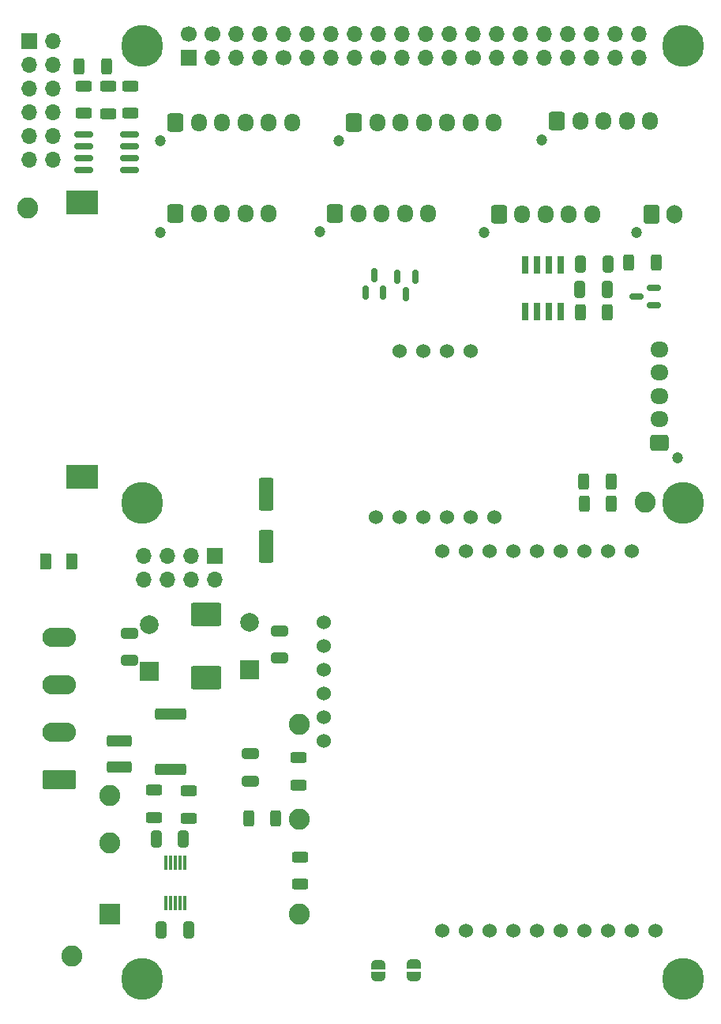
<source format=gbr>
%TF.GenerationSoftware,KiCad,Pcbnew,8.0.6*%
%TF.CreationDate,2025-02-12T15:18:34-05:00*%
%TF.ProjectId,HydroBall,48796472-6f42-4616-9c6c-2e6b69636164,rev?*%
%TF.SameCoordinates,Original*%
%TF.FileFunction,Soldermask,Top*%
%TF.FilePolarity,Negative*%
%FSLAX46Y46*%
G04 Gerber Fmt 4.6, Leading zero omitted, Abs format (unit mm)*
G04 Created by KiCad (PCBNEW 8.0.6) date 2025-02-12 15:18:34*
%MOMM*%
%LPD*%
G01*
G04 APERTURE LIST*
G04 Aperture macros list*
%AMRoundRect*
0 Rectangle with rounded corners*
0 $1 Rounding radius*
0 $2 $3 $4 $5 $6 $7 $8 $9 X,Y pos of 4 corners*
0 Add a 4 corners polygon primitive as box body*
4,1,4,$2,$3,$4,$5,$6,$7,$8,$9,$2,$3,0*
0 Add four circle primitives for the rounded corners*
1,1,$1+$1,$2,$3*
1,1,$1+$1,$4,$5*
1,1,$1+$1,$6,$7*
1,1,$1+$1,$8,$9*
0 Add four rect primitives between the rounded corners*
20,1,$1+$1,$2,$3,$4,$5,0*
20,1,$1+$1,$4,$5,$6,$7,0*
20,1,$1+$1,$6,$7,$8,$9,0*
20,1,$1+$1,$8,$9,$2,$3,0*%
%AMHorizOval*
0 Thick line with rounded ends*
0 $1 width*
0 $2 $3 position (X,Y) of the first rounded end (center of the circle)*
0 $4 $5 position (X,Y) of the second rounded end (center of the circle)*
0 Add line between two ends*
20,1,$1,$2,$3,$4,$5,0*
0 Add two circle primitives to create the rounded ends*
1,1,$1,$2,$3*
1,1,$1,$4,$5*%
%AMFreePoly0*
4,1,19,0.500000,-0.750000,0.000000,-0.750000,0.000000,-0.744911,-0.071157,-0.744911,-0.207708,-0.704816,-0.327430,-0.627875,-0.420627,-0.520320,-0.479746,-0.390866,-0.500000,-0.250000,-0.500000,0.250000,-0.479746,0.390866,-0.420627,0.520320,-0.327430,0.627875,-0.207708,0.704816,-0.071157,0.744911,0.000000,0.744911,0.000000,0.750000,0.500000,0.750000,0.500000,-0.750000,0.500000,-0.750000,
$1*%
%AMFreePoly1*
4,1,19,0.000000,0.744911,0.071157,0.744911,0.207708,0.704816,0.327430,0.627875,0.420627,0.520320,0.479746,0.390866,0.500000,0.250000,0.500000,-0.250000,0.479746,-0.390866,0.420627,-0.520320,0.327430,-0.627875,0.207708,-0.704816,0.071157,-0.744911,0.000000,-0.744911,0.000000,-0.750000,-0.500000,-0.750000,-0.500000,0.750000,0.000000,0.750000,0.000000,0.744911,0.000000,0.744911,
$1*%
G04 Aperture macros list end*
%ADD10RoundRect,0.250000X1.400000X1.000000X-1.400000X1.000000X-1.400000X-1.000000X1.400000X-1.000000X0*%
%ADD11C,2.250000*%
%ADD12RoundRect,0.250000X-0.325000X-0.650000X0.325000X-0.650000X0.325000X0.650000X-0.325000X0.650000X0*%
%ADD13C,1.524000*%
%ADD14C,4.500000*%
%ADD15RoundRect,0.250000X0.312500X0.625000X-0.312500X0.625000X-0.312500X-0.625000X0.312500X-0.625000X0*%
%ADD16RoundRect,0.250000X-0.312500X-0.625000X0.312500X-0.625000X0.312500X0.625000X-0.312500X0.625000X0*%
%ADD17R,3.510000X2.540000*%
%ADD18RoundRect,0.250000X-1.425000X0.362500X-1.425000X-0.362500X1.425000X-0.362500X1.425000X0.362500X0*%
%ADD19RoundRect,0.250000X-0.650000X0.325000X-0.650000X-0.325000X0.650000X-0.325000X0.650000X0.325000X0*%
%ADD20RoundRect,0.250000X0.550000X-1.500000X0.550000X1.500000X-0.550000X1.500000X-0.550000X-1.500000X0*%
%ADD21RoundRect,0.250000X0.650000X-0.325000X0.650000X0.325000X-0.650000X0.325000X-0.650000X-0.325000X0*%
%ADD22R,1.700000X1.700000*%
%ADD23O,1.700000X1.700000*%
%ADD24C,1.200000*%
%ADD25RoundRect,0.250000X-0.600000X-0.725000X0.600000X-0.725000X0.600000X0.725000X-0.600000X0.725000X0*%
%ADD26O,1.700000X1.950000*%
%ADD27RoundRect,0.249999X1.550001X-0.790001X1.550001X0.790001X-1.550001X0.790001X-1.550001X-0.790001X0*%
%ADD28O,3.600000X2.080000*%
%ADD29RoundRect,0.250000X-0.375000X-0.625000X0.375000X-0.625000X0.375000X0.625000X-0.375000X0.625000X0*%
%ADD30RoundRect,0.150000X0.587500X0.150000X-0.587500X0.150000X-0.587500X-0.150000X0.587500X-0.150000X0*%
%ADD31RoundRect,0.250000X-0.625000X0.312500X-0.625000X-0.312500X0.625000X-0.312500X0.625000X0.312500X0*%
%ADD32RoundRect,0.250000X0.625000X-0.312500X0.625000X0.312500X-0.625000X0.312500X-0.625000X-0.312500X0*%
%ADD33RoundRect,0.011200X0.128800X-0.723800X0.128800X0.723800X-0.128800X0.723800X-0.128800X-0.723800X0*%
%ADD34R,0.700000X1.950000*%
%ADD35FreePoly0,270.000000*%
%ADD36FreePoly1,270.000000*%
%ADD37RoundRect,0.250000X0.725000X-0.600000X0.725000X0.600000X-0.725000X0.600000X-0.725000X-0.600000X0*%
%ADD38O,1.950000X1.700000*%
%ADD39RoundRect,0.150000X0.150000X-0.587500X0.150000X0.587500X-0.150000X0.587500X-0.150000X-0.587500X0*%
%ADD40RoundRect,0.250000X-0.600000X-0.750000X0.600000X-0.750000X0.600000X0.750000X-0.600000X0.750000X0*%
%ADD41O,1.700000X2.000000*%
%ADD42RoundRect,0.150000X-0.825000X-0.150000X0.825000X-0.150000X0.825000X0.150000X-0.825000X0.150000X0*%
%ADD43RoundRect,0.250000X-1.075000X0.375000X-1.075000X-0.375000X1.075000X-0.375000X1.075000X0.375000X0*%
%ADD44RoundRect,0.150000X-0.150000X0.587500X-0.150000X-0.587500X0.150000X-0.587500X0.150000X0.587500X0*%
%ADD45R,2.000000X2.000000*%
%ADD46C,2.000000*%
%ADD47R,2.250000X2.250000*%
%ADD48HorizOval,1.700000X0.000000X0.000000X0.000000X0.000000X0*%
G04 APERTURE END LIST*
D10*
%TO.C,D2*%
X123010000Y-111180000D03*
X123010000Y-104380000D03*
%TD*%
D11*
%TO.C,FID1*%
X103910000Y-60840000D03*
%TD*%
D12*
%TO.C,C6*%
X117675000Y-128400000D03*
X120625000Y-128400000D03*
%TD*%
D13*
%TO.C,U1*%
X148355000Y-138245000D03*
X150895000Y-138245000D03*
X153435000Y-138245000D03*
X155975000Y-138245000D03*
X158515000Y-138245000D03*
X161055000Y-138245000D03*
X163595000Y-138245000D03*
X166135000Y-138245000D03*
X168675000Y-138245000D03*
X171215000Y-138245000D03*
X148355000Y-97605000D03*
X150895000Y-97605000D03*
X153435000Y-97605000D03*
X155975000Y-97605000D03*
X158515000Y-97605000D03*
X161055000Y-97605000D03*
X163595000Y-97605000D03*
X166135000Y-97605000D03*
X168675000Y-97605000D03*
X135655000Y-105225000D03*
X135655000Y-107765000D03*
X135655000Y-110305000D03*
X135655000Y-112845000D03*
X135655000Y-115385000D03*
X135655000Y-117925000D03*
%TD*%
D14*
%TO.C,H4*%
X116200000Y-143380000D03*
%TD*%
D15*
%TO.C,R20*%
X171272500Y-66690000D03*
X168347500Y-66690000D03*
%TD*%
D16*
%TO.C,R3*%
X109415000Y-45750000D03*
X112340000Y-45750000D03*
%TD*%
D15*
%TO.C,R15*%
X130512500Y-126250000D03*
X127587500Y-126250000D03*
%TD*%
D17*
%TO.C,BT1*%
X109760000Y-60280000D03*
X109760000Y-89640000D03*
%TD*%
D18*
%TO.C,R10*%
X119225000Y-115062500D03*
X119225000Y-120987500D03*
%TD*%
D19*
%TO.C,C10*%
X127775000Y-119325000D03*
X127775000Y-122275000D03*
%TD*%
D20*
%TO.C,C13*%
X129460000Y-97120000D03*
X129460000Y-91520000D03*
%TD*%
D21*
%TO.C,C7*%
X130920000Y-109070000D03*
X130920000Y-106120000D03*
%TD*%
D22*
%TO.C,J14*%
X124000000Y-98100000D03*
D23*
X124000000Y-100640000D03*
X121460000Y-98100000D03*
X121460000Y-100640000D03*
X118920000Y-98100000D03*
X118920000Y-100640000D03*
X116380000Y-98100000D03*
X116380000Y-100640000D03*
%TD*%
D24*
%TO.C,J1*%
X118150000Y-53705000D03*
D25*
X119750000Y-51705000D03*
D26*
X122250000Y-51705000D03*
X124750000Y-51705000D03*
X127250000Y-51705000D03*
X129750000Y-51705000D03*
X132250000Y-51705000D03*
%TD*%
D22*
%TO.C,J11*%
X104050000Y-42975000D03*
D23*
X106590000Y-42975000D03*
X104050000Y-45515000D03*
X106590000Y-45515000D03*
X104050000Y-48055000D03*
X106590000Y-48055000D03*
X104050000Y-50595000D03*
X106590000Y-50595000D03*
X104050000Y-53135000D03*
X106590000Y-53135000D03*
X104050000Y-55675000D03*
X106590000Y-55675000D03*
%TD*%
D27*
%TO.C,J9*%
X107310000Y-122080000D03*
D28*
X107310000Y-117000000D03*
X107310000Y-111920000D03*
X107310000Y-106840000D03*
%TD*%
D29*
%TO.C,F1*%
X105840000Y-98680000D03*
X108640000Y-98680000D03*
%TD*%
D30*
%TO.C,Q2*%
X171087500Y-71292500D03*
X171087500Y-69392500D03*
X169212500Y-70342500D03*
%TD*%
D24*
%TO.C,J3*%
X159050000Y-53555000D03*
D25*
X160650000Y-51555000D03*
D26*
X163150000Y-51555000D03*
X165650000Y-51555000D03*
X168150000Y-51555000D03*
X170650000Y-51555000D03*
%TD*%
D14*
%TO.C,H5*%
X116200000Y-92480000D03*
%TD*%
D31*
%TO.C,R16*%
X132925000Y-119737500D03*
X132925000Y-122662500D03*
%TD*%
D32*
%TO.C,R12*%
X121175000Y-126212500D03*
X121175000Y-123287500D03*
%TD*%
D33*
%TO.C,U4*%
X118750000Y-135275000D03*
X119250000Y-135275000D03*
X119750000Y-135275000D03*
X120250000Y-135275000D03*
X120750000Y-135275000D03*
X120750000Y-130975000D03*
X120250000Y-130975000D03*
X119750000Y-130975000D03*
X119250000Y-130975000D03*
X118750000Y-130975000D03*
%TD*%
D31*
%TO.C,R11*%
X117475000Y-123200000D03*
X117475000Y-126125000D03*
%TD*%
D14*
%TO.C,H3*%
X174200000Y-43480000D03*
%TD*%
D16*
%TO.C,R1*%
X163587500Y-92525000D03*
X166512500Y-92525000D03*
%TD*%
D34*
%TO.C,IC1*%
X161015000Y-66995000D03*
X159745000Y-66995000D03*
X158475000Y-66995000D03*
X157205000Y-66995000D03*
X157205000Y-71945000D03*
X158475000Y-71945000D03*
X159745000Y-71945000D03*
X161015000Y-71945000D03*
%TD*%
D11*
%TO.C,FID3*%
X108625000Y-140975000D03*
%TD*%
D35*
%TO.C,JP3*%
X145325000Y-141825000D03*
D36*
X145325000Y-143125000D03*
%TD*%
D24*
%TO.C,J5*%
X173600000Y-87580000D03*
D37*
X171600000Y-85980000D03*
D38*
X171600000Y-83480000D03*
X171600000Y-80980000D03*
X171600000Y-78480000D03*
X171600000Y-75980000D03*
%TD*%
D15*
%TO.C,R21*%
X166085000Y-72070000D03*
X163160000Y-72070000D03*
%TD*%
D16*
%TO.C,R2*%
X163537500Y-90125000D03*
X166462500Y-90125000D03*
%TD*%
D39*
%TO.C,Q3*%
X140120000Y-69925000D03*
X142020000Y-69925000D03*
X141070000Y-68050000D03*
%TD*%
D12*
%TO.C,C12*%
X118250000Y-138150000D03*
X121200000Y-138150000D03*
%TD*%
D24*
%TO.C,J13*%
X169190000Y-63530000D03*
D40*
X170790000Y-61530000D03*
D41*
X173290000Y-61530000D03*
%TD*%
D21*
%TO.C,C8*%
X114820000Y-109330000D03*
X114820000Y-106380000D03*
%TD*%
D35*
%TO.C,JP1*%
X141525000Y-141850000D03*
D36*
X141525000Y-143150000D03*
%TD*%
D42*
%TO.C,U8*%
X109900000Y-52960000D03*
X109900000Y-54230000D03*
X109900000Y-55500000D03*
X109900000Y-56770000D03*
X114850000Y-56770000D03*
X114850000Y-55500000D03*
X114850000Y-54230000D03*
X114850000Y-52960000D03*
%TD*%
D24*
%TO.C,J6*%
X118150000Y-63480000D03*
D25*
X119750000Y-61480000D03*
D26*
X122250000Y-61480000D03*
X124750000Y-61480000D03*
X127250000Y-61480000D03*
X129750000Y-61480000D03*
%TD*%
D43*
%TO.C,L1*%
X113750000Y-117900000D03*
X113750000Y-120700000D03*
%TD*%
D11*
%TO.C,FID2*%
X170100000Y-92375000D03*
%TD*%
D32*
%TO.C,R23*%
X112550000Y-50750000D03*
X112550000Y-47825000D03*
%TD*%
D12*
%TO.C,C19*%
X163145000Y-66880000D03*
X166095000Y-66880000D03*
%TD*%
D14*
%TO.C,H2*%
X174200000Y-143380000D03*
%TD*%
D31*
%TO.C,R17*%
X133100000Y-130362500D03*
X133100000Y-133287500D03*
%TD*%
D24*
%TO.C,J4*%
X152825000Y-63505000D03*
D25*
X154425000Y-61505000D03*
D26*
X156925000Y-61505000D03*
X159425000Y-61505000D03*
X161925000Y-61505000D03*
X164425000Y-61505000D03*
%TD*%
D24*
%TO.C,J2*%
X137275000Y-53680000D03*
D25*
X138875000Y-51680000D03*
D26*
X141375000Y-51680000D03*
X143875000Y-51680000D03*
X146375000Y-51680000D03*
X148875000Y-51680000D03*
X151375000Y-51680000D03*
X153875000Y-51680000D03*
%TD*%
D13*
%TO.C,U2*%
X141220000Y-94010000D03*
X143760000Y-94010000D03*
X146300000Y-94010000D03*
X148840000Y-94010000D03*
X151380000Y-94010000D03*
X153920000Y-94010000D03*
X151380000Y-76230000D03*
X148840000Y-76230000D03*
X146300000Y-76230000D03*
X143760000Y-76230000D03*
%TD*%
D14*
%TO.C,H6*%
X174200000Y-92480000D03*
%TD*%
D24*
%TO.C,J7*%
X135250000Y-63430000D03*
D25*
X136850000Y-61430000D03*
D26*
X139350000Y-61430000D03*
X141850000Y-61430000D03*
X144350000Y-61430000D03*
X146850000Y-61430000D03*
%TD*%
D14*
%TO.C,H1*%
X116200000Y-43480000D03*
%TD*%
D32*
%TO.C,R22*%
X114875000Y-50737500D03*
X114875000Y-47812500D03*
%TD*%
D44*
%TO.C,Q1*%
X145452500Y-68232500D03*
X143552500Y-68232500D03*
X144502500Y-70107500D03*
%TD*%
D12*
%TO.C,C17*%
X163095000Y-69570000D03*
X166045000Y-69570000D03*
%TD*%
D32*
%TO.C,R4*%
X109950000Y-50725000D03*
X109950000Y-47800000D03*
%TD*%
D45*
%TO.C,C5*%
X127730000Y-110270000D03*
D46*
X127730000Y-105270000D03*
%TD*%
D47*
%TO.C,PS1*%
X112695000Y-136435000D03*
D11*
X112695000Y-128815000D03*
X112695000Y-123735000D03*
X133015000Y-116115000D03*
X133015000Y-126275000D03*
X133015000Y-136435000D03*
%TD*%
D22*
%TO.C,J8*%
X121200000Y-44750000D03*
D48*
X121200000Y-42210000D03*
D23*
X123740000Y-44750000D03*
D48*
X123740000Y-42210000D03*
D23*
X126280000Y-44750000D03*
X126280000Y-42210000D03*
X128820000Y-44750000D03*
X128820000Y-42210000D03*
D48*
X131360000Y-44750000D03*
D23*
X131360000Y-42210000D03*
X133900000Y-44750000D03*
X133900000Y-42210000D03*
X136440000Y-44750000D03*
X136440000Y-42210000D03*
X138980000Y-44750000D03*
X138980000Y-42210000D03*
D48*
X141520000Y-44750000D03*
D23*
X141520000Y-42210000D03*
X144060000Y-44750000D03*
X144060000Y-42210000D03*
X146600000Y-44750000D03*
X146600000Y-42210000D03*
X149140000Y-44750000D03*
X149140000Y-42210000D03*
D48*
X151680000Y-44750000D03*
D23*
X151680000Y-42210000D03*
X154220000Y-44750000D03*
X154220000Y-42210000D03*
X156760000Y-44750000D03*
X156760000Y-42210000D03*
X159300000Y-44750000D03*
X159300000Y-42210000D03*
X161840000Y-44750000D03*
X161840000Y-42210000D03*
X164380000Y-44750000D03*
X164380000Y-42210000D03*
X166920000Y-44750000D03*
X166920000Y-42210000D03*
X169460000Y-44750000D03*
X169460000Y-42210000D03*
%TD*%
D45*
%TO.C,C9*%
X116970000Y-110520000D03*
D46*
X116970000Y-105520000D03*
%TD*%
M02*

</source>
